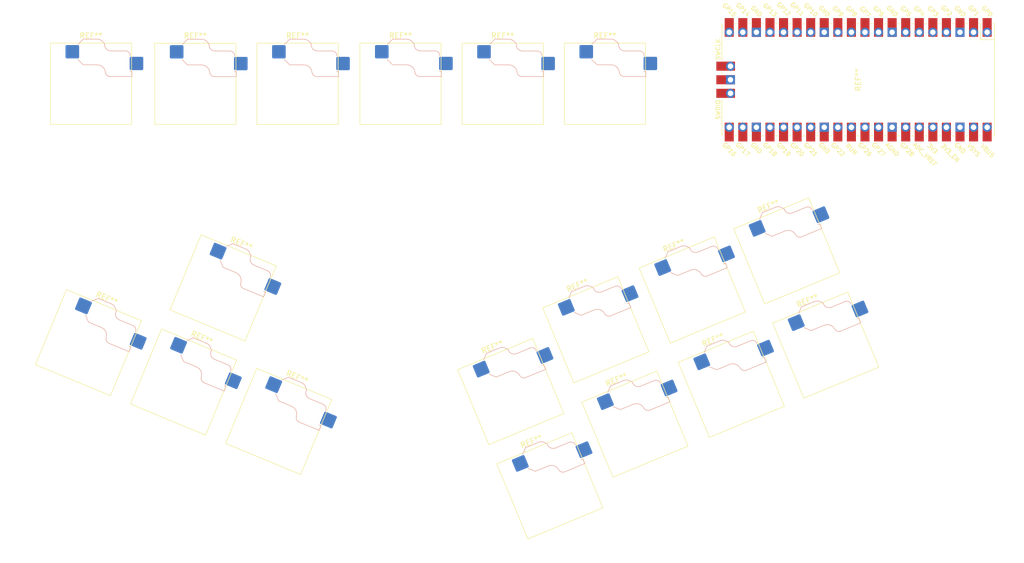
<source format=kicad_pcb>
(kicad_pcb (version 20221018) (generator pcbnew)
  (layers (0 "F.Cu" signal) (31 "B.Cu" signal) (34 "B.Paste" user) (35 "F.Paste" user) (36 "B.SilkS" user "B.Silkscreen") (37 "F.SilkS" user "F.Silkscreen") (38 "B.Mask" user) (39 "F.Mask" user) (44 "Edge.Cuts" user))
  (net 0 "")
  (footprint "PCM_Switch_Keyboard_Hotswap_Kailh:SW_Hotswap_Kailh_Choc_V1V2_1.00u" (layer "F.Cu") (at 99.013 30.47)
    (fp_text reference "REF**" (at 0 -9) (layer "F.SilkS"))
    (fp_text value "SW_Hotswap_Kailh_Choc_V1V2_1.00u")
    (pad "" np_thru_hole circle (at -5.5 0) (size 1.9 1.9) (drill 1.9) (layers "F&B.Cu" "*.Mask"))
    (pad "" np_thru_hole circle (at -5 5.15) (size 1.6 1.6) (drill 1.6) (layers "F&B.Cu" "*.Mask"))
    (pad "" np_thru_hole circle (at 0 -5.9) (size 3.05 3.05) (drill 3.05) (layers "F&B.Cu" "*.Mask"))
    (pad "" np_thru_hole circle (at 0 0) (size 5.05 5.05) (drill 5.05) (layers "F&B.Cu" "*.Mask"))
    (pad "" np_thru_hole circle (at 5 -3.8) (size 3.05 3.05) (drill 3.05) (layers "F&B.Cu" "*.Mask"))
    (pad "" np_thru_hole circle (at 5.5 0) (size 1.9 1.9) (drill 1.9) (layers "F&B.Cu" "*.Mask"))
    (pad "1" smd roundrect (at -3.5 -6) (size 2.55 2.5) (layers "B.Cu" "B.Paste" "B.Mask") (roundrect_rratio 0.1))
    (pad "2" smd roundrect (at 8.5 -3.8) (size 2.55 2.5) (layers "B.Cu" "B.Paste" "B.Mask") (roundrect_rratio 0.1))
  )
  (footprint "MCU_RaspberryPi_and_Boards:RPi_Pico_SMD_TH" (layer "F.Cu") (at 184.658 29.718 -90)
    (fp_text reference "REF**" (at 0 0 90) (layer "F.SilkS"))
    (fp_text value "RPi_Pico_SMD_TH")
    (fp_text user "VBUS" (at 13.3 -24.2 135) (layer "F.SilkS") (effects (font (size 0.8 0.8))))
    (fp_text user "VSYS" (at 13.2 -21.59 135) (layer "F.SilkS") (effects (font (size 0.8 0.8))))
    (fp_text user "GP15" (at -13.054 24.13 135) (layer "F.SilkS") (effects (font (size 0.8 0.8))))
    (fp_text user "GP10" (at -13.054 8.89 135) (layer "F.SilkS") (effects (font (size 0.8 0.8))))
    (fp_text user "GP13" (at -13.054 16.51 135) (layer "F.SilkS") (effects (font (size 0.8 0.8))))
    (fp_text user "GND" (at -12.8 19.05 135) (layer "F.SilkS") (effects (font (size 0.8 0.8))))
    (fp_text user "GP22" (at 13.054 3.81 135) (layer "F.SilkS") (effects (font (size 0.8 0.8))))
    (fp_text user "GND" (at 12.8 19.05 135) (layer "F.SilkS") (effects (font (size 0.8 0.8))))
    (fp_text user "GP5" (at -12.8 -8.89 135) (layer "F.SilkS") (effects (font (size 0.8 0.8))))
    (fp_text user "GND" (at 12.8 -19.05 135) (layer "F.SilkS") (effects (font (size 0.8 0.8))))
    (fp_text user "GP20" (at 13.054 11.43 135) (layer "F.SilkS") (effects (font (size 0.8 0.8))))
    (fp_text user "GP12" (at -13.2 13.97 135) (layer "F.SilkS") (effects (font (size 0.8 0.8))))
    (fp_text user "GND" (at -12.8 -19.05 135) (layer "F.SilkS") (effects (font (size 0.8 0.8))))
    (fp_text user "GP6" (at -12.8 -3.81 135) (layer "F.SilkS") (effects (font (size 0.8 0.8))))
    (fp_text user "3V3" (at 12.9 -13.9 135) (layer "F.SilkS") (effects (font (size 0.8 0.8))))
    (fp_text user "GP4" (at -12.8 -11.43 135) (layer "F.SilkS") (effects (font (size 0.8 0.8))))
    (fp_text user "GP11" (at -13.2 11.43 135) (layer "F.SilkS") (effects (font (size 0.8 0.8))))
    (fp_text user "SWDIO" (at 5.6 26.2 90) (layer "F.SilkS") (effects (font (size 0.8 0.8))))
    (fp_text user "3V3_EN" (at 13.7 -17.2 135) (layer "F.SilkS") (effects (font (size 0.8 0.8))))
    (fp_text user "GP17" (at 13.054 21.59 135) (layer "F.SilkS") (effects (font (size 0.8 0.8))))
    (fp_text user "GP0" (at -12.8 -24.13 135) (layer "F.SilkS") (effects (font (size 0.8 0.8))))
    (fp_text user "GP27" (at 13.054 -3.8 135) (layer "F.SilkS") (effects (font (size 0.8 0.8))))
    (fp_text user "GP18" (at 13.054 16.51 135) (layer "F.SilkS") (effects (font (size 0.8 0.8))))
    (fp_text user "GP8" (at -12.8 1.27 135) (layer "F.SilkS") (effects (font (size 0.8 0.8))))
    (fp_text user "GND" (at -12.8 -6.35 135) (layer "F.SilkS") (effects (font (size 0.8 0.8))))
    (fp_text user "GP9" (at -12.8 3.81 135) (layer "F.SilkS") (effects (font (size 0.8 0.8))))
    (fp_text user "SWCLK" (at -5.7 26.2 90) (layer "F.SilkS") (effects (font (size 0.8 0.8))))
    (fp_text user "GP21" (at 13.054 8.9 135) (layer "F.SilkS") (effects (font (size 0.8 0.8))))
    (fp_text user "AGND" (at 13.054 -6.35 135) (layer "F.SilkS") (effects (font (size 0.8 0.8))))
    (fp_text user "GND" (at 12.8 6.35 135) (layer "F.SilkS") (effects (font (size 0.8 0.8))))
    (fp_text user "GP3" (at -12.8 -13.97 135) (layer "F.SilkS") (effects (font (size 0.8 0.8))))
    (fp_text user "GP14" (at -13.1 21.59 135) (layer "F.SilkS") (effects (font (size 0.8 0.8))))
    (fp_text user "GP2" (at -12.9 -16.51 135) (layer "F.SilkS") (effects (font (size 0.8 0.8))))
    (fp_text user "GP7" (at -12.7 -1.3 135) (layer "F.SilkS") (effects (font (size 0.8 0.8))))
    (fp_text user "GP19" (at 13.054 13.97 135) (layer "F.SilkS") (effects (font (size 0.8 0.8))))
    (fp_text user "GP16" (at 13.054 24.13 135) (layer "F.SilkS") (effects (font (size 0.8 0.8))))
    (fp_text user "ADC_VREF" (at 14 -12.5 135) (layer "F.SilkS") (effects (font (size 0.8 0.8))))
    (fp_text user "RUN" (at 13 1.27 135) (layer "F.SilkS") (effects (font (size 0.8 0.8))))
    (fp_text user "GP1" (at -12.9 -21.6 135) (layer "F.SilkS") (effects (font (size 0.8 0.8))))
    (fp_text user "GP26" (at 13.054 -1.27 135) (layer "F.SilkS") (effects (font (size 0.8 0.8))))
    (fp_text user "GP28" (at 13.054 -9.144 135) (layer "F.SilkS") (effects (font (size 0.8 0.8))))
    (fp_text user "GND" (at -12.8 6.35 135) (layer "F.SilkS") (effects (font (size 0.8 0.8))))
    (pad "" np_thru_hole oval (at -2.725 -24 270) (size 1.8 1.8) (drill 1.8) (layers "*.Cu" "*.Mask"))
    (pad "" np_thru_hole oval (at -2.425 -20.97 270) (size 1.5 1.5) (drill 1.5) (layers "*.Cu" "*.Mask"))
    (pad "" np_thru_hole oval (at 2.425 -20.97 270) (size 1.5 1.5) (drill 1.5) (layers "*.Cu" "*.Mask"))
    (pad "" np_thru_hole oval (at 2.725 -24 270) (size 1.8 1.8) (drill 1.8) (layers "*.Cu" "*.Mask"))
    (pad "1" thru_hole oval (at -8.89 -24.13 270) (size 1.7 1.7) (drill 1.02) (layers "*.Cu" "*.Mask"))
    (pad "1" smd rect (at -8.89 -24.13 270) (size 3.5 1.7) (drill (offset -0.9 0)) (layers "F.Cu" "F.Mask"))
    (pad "2" thru_hole oval (at -8.89 -21.59 270) (size 1.7 1.7) (drill 1.02) (layers "*.Cu" "*.Mask"))
    (pad "2" smd rect (at -8.89 -21.59 270) (size 3.5 1.7) (drill (offset -0.9 0)) (layers "F.Cu" "F.Mask"))
    (pad "3" thru_hole rect (at -8.89 -19.05 270) (size 1.7 1.7) (drill 1.02) (layers "*.Cu" "*.Mask"))
    (pad "3" smd rect (at -8.89 -19.05 270) (size 3.5 1.7) (drill (offset -0.9 0)) (layers "F.Cu" "F.Mask"))
    (pad "4" thru_hole oval (at -8.89 -16.51 270) (size 1.7 1.7) (drill 1.02) (layers "*.Cu" "*.Mask"))
    (pad "4" smd rect (at -8.89 -16.51 270) (size 3.5 1.7) (drill (offset -0.9 0)) (layers "F.Cu" "F.Mask"))
    (pad "5" thru_hole oval (at -8.89 -13.97 270) (size 1.7 1.7) (drill 1.02) (layers "*.Cu" "*.Mask"))
    (pad "5" smd rect (at -8.89 -13.97 270) (size 3.5 1.7) (drill (offset -0.9 0)) (layers "F.Cu" "F.Mask"))
    (pad "6" thru_hole oval (at -8.89 -11.43 270) (size 1.7 1.7) (drill 1.02) (layers "*.Cu" "*.Mask"))
    (pad "6" smd rect (at -8.89 -11.43 270) (size 3.5 1.7) (drill (offset -0.9 0)) (layers "F.Cu" "F.Mask"))
    (pad "7" thru_hole oval (at -8.89 -8.89 270) (size 1.7 1.7) (drill 1.02) (layers "*.Cu" "*.Mask"))
    (pad "7" smd rect (at -8.89 -8.89 270) (size 3.5 1.7) (drill (offset -0.9 0)) (layers "F.Cu" "F.Mask"))
    (pad "8" thru_hole rect (at -8.89 -6.35 270) (size 1.7 1.7) (drill 1.02) (layers "*.Cu" "*.Mask"))
    (pad "8" smd rect (at -8.89 -6.35 270) (size 3.5 1.7) (drill (offset -0.9 0)) (layers "F.Cu" "F.Mask"))
    (pad "9" thru_hole oval (at -8.89 -3.81 270) (size 1.7 1.7) (drill 1.02) (layers "*.Cu" "*.Mask"))
    (pad "9" smd rect (at -8.89 -3.81 270) (size 3.5 1.7) (drill (offset -0.9 0)) (layers "F.Cu" "F.Mask"))
    (pad "10" thru_hole oval (at -8.89 -1.27 270) (size 1.7 1.7) (drill 1.02) (layers "*.Cu" "*.Mask"))
    (pad "10" smd rect (at -8.89 -1.27 270) (size 3.5 1.7) (drill (offset -0.9 0)) (layers "F.Cu" "F.Mask"))
    (pad "11" thru_hole oval (at -8.89 1.27 270) (size 1.7 1.7) (drill 1.02) (layers "*.Cu" "*.Mask"))
    (pad "11" smd rect (at -8.89 1.27 270) (size 3.5 1.7) (drill (offset -0.9 0)) (layers "F.Cu" "F.Mask"))
    (pad "12" thru_hole oval (at -8.89 3.81 270) (size 1.7 1.7) (drill 1.02) (layers "*.Cu" "*.Mask"))
    (pad "12" smd rect (at -8.89 3.81 270) (size 3.5 1.7) (drill (offset -0.9 0)) (layers "F.Cu" "F.Mask"))
    (pad "13" thru_hole rect (at -8.89 6.35 270) (size 1.7 1.7) (drill 1.02) (layers "*.Cu" "*.Mask"))
    (pad "13" smd rect (at -8.89 6.35 270) (size 3.5 1.7) (drill (offset -0.9 0)) (layers "F.Cu" "F.Mask"))
    (pad "14" thru_hole oval (at -8.89 8.89 270) (size 1.7 1.7) (drill 1.02) (layers "*.Cu" "*.Mask"))
    (pad "14" smd rect (at -8.89 8.89 270) (size 3.5 1.7) (drill (offset -0.9 0)) (layers "F.Cu" "F.Mask"))
    (pad "15" thru_hole oval (at -8.89 11.43 270) (size 1.7 1.7) (drill 1.02) (layers "*.Cu" "*.Mask"))
    (pad "15" smd rect (at -8.89 11.43 270) (size 3.5 1.7) (drill (offset -0.9 0)) (layers "F.Cu" "F.Mask"))
    (pad "16" thru_hole oval (at -8.89 13.97 270) (size 1.7 1.7) (drill 1.02) (layers "*.Cu" "*.Mask"))
    (pad "16" smd rect (at -8.89 13.97 270) (size 3.5 1.7) (drill (offset -0.9 0)) (layers "F.Cu" "F.Mask"))
    (pad "17" thru_hole oval (at -8.89 16.51 270) (size 1.7 1.7) (drill 1.02) (layers "*.Cu" "*.Mask"))
    (pad "17" smd rect (at -8.89 16.51 270) (size 3.5 1.7) (drill (offset -0.9 0)) (layers "F.Cu" "F.Mask"))
    (pad "18" thru_hole rect (at -8.89 19.05 270) (size 1.7 1.7) (drill 1.02) (layers "*.Cu" "*.Mask"))
    (pad "18" smd rect (at -8.89 19.05 270) (size 3.5 1.7) (drill (offset -0.9 0)) (layers "F.Cu" "F.Mask"))
    (pad "19" thru_hole oval (at -8.89 21.59 270) (size 1.7 1.7) (drill 1.02) (layers "*.Cu" "*.Mask"))
    (pad "19" smd rect (at -8.89 21.59 270) (size 3.5 1.7) (drill (offset -0.9 0)) (layers "F.Cu" "F.Mask"))
    (pad "20" thru_hole oval (at -8.89 24.13 270) (size 1.7 1.7) (drill 1.02) (layers "*.Cu" "*.Mask"))
    (pad "20" smd rect (at -8.89 24.13 270) (size 3.5 1.7) (drill (offset -0.9 0)) (layers "F.Cu" "F.Mask"))
    (pad "21" thru_hole oval (at 8.89 24.13 270) (size 1.7 1.7) (drill 1.02) (layers "*.Cu" "*.Mask"))
    (pad "21" smd rect (at 8.89 24.13 270) (size 3.5 1.7) (drill (offset 0.9 0)) (layers "F.Cu" "F.Mask"))
    (pad "22" thru_hole oval (at 8.89 21.59 270) (size 1.7 1.7) (drill 1.02) (layers "*.Cu" "*.Mask"))
    (pad "22" smd rect (at 8.89 21.59 270) (size 3.5 1.7) (drill (offset 0.9 0)) (layers "F.Cu" "F.Mask"))
    (pad "23" thru_hole rect (at 8.89 19.05 270) (size 1.7 1.7) (drill 1.02) (layers "*.Cu" "*.Mask"))
    (pad "23" smd rect (at 8.89 19.05 270) (size 3.5 1.7) (drill (offset 0.9 0)) (layers "F.Cu" "F.Mask"))
    (pad "24" thru_hole oval (at 8.89 16.51 270) (size 1.7 1.7) (drill 1.02) (layers "*.Cu" "*.Mask"))
    (pad "24" smd rect (at 8.89 16.51 270) (size 3.5 1.7) (drill (offset 0.9 0)) (layers "F.Cu" "F.Mask"))
    (pad "25" thru_hole oval (at 8.89 13.97 270) (size 1.7 1.7) (drill 1.02) (layers "*.Cu" "*.Mask"))
    (pad "25" smd rect (at 8.89 13.97 270) (size 3.5 1.7) (drill (offset 0.9 0)) (layers "F.Cu" "F.Mask"))
    (pad "26" thru_hole oval (at 8.89 11.43 270) (size 1.7 1.7) (drill 1.02) (layers "*.Cu" "*.Mask"))
    (pad "26" smd rect (at 8.89 11.43 270) (size 3.5 1.7) (drill (offset 0.9 0)) (layers "F.Cu" "F.Mask"))
    (pad "27" thru_hole oval (at 8.89 8.89 270) (size 1.7 1.7) (drill 1.02) (layers "*.Cu" "*.Mask"))
    (pad "27" smd rect (at 8.89 8.89 270) (size 3.5 1.7) (drill (offset 0.9 0)) (layers "F.Cu" "F.Mask"))
    (pad "28" thru_hole rect (at 8.89 6.35 270) (size 1.7 1.7) (drill 1.02) (layers "*.Cu" "*.Mask"))
    (pad "28" smd rect (at 8.89 6.35 270) (size 3.5 1.7) (drill (offset 0.9 0)) (layers "F.Cu" "F.Mask"))
    (pad "29" thru_hole oval (at 8.89 3.81 270) (size 1.7 1.7) (drill 1.02) (layers "*.Cu" "*.Mask"))
    (pad "29" smd rect (at 8.89 3.81 270) (size 3.5 1.7) (drill (offset 0.9 0)) (layers "F.Cu" "F.Mask"))
    (pad "30" thru_hole oval (at 8.89 1.27 270) (size 1.7 1.7) (drill 1.02) (layers "*.Cu" "*.Mask"))
    (pad "30" smd rect (at 8.89 1.27 270) (size 3.5 1.7) (drill (offset 0.9 0)) (layers "F.Cu" "F.Mask"))
    (pad "31" thru_hole oval (at 8.89 -1.27 270) (size 1.7 1.7) (drill 1.02) (layers "*.Cu" "*.Mask"))
    (pad "31" smd rect (at 8.89 -1.27 270) (size 3.5 1.7) (drill (offset 0.9 0)) (layers "F.Cu" "F.Mask"))
    (pad "32" thru_hole oval (at 8.89 -3.81 270) (size 1.7 1.7) (drill 1.02) (layers "*.Cu" "*.Mask"))
    (pad "32" smd rect (at 8.89 -3.81 270) (size 3.5 1.7) (drill (offset 0.9 0)) (layers "F.Cu" "F.Mask"))
    (pad "33" thru_hole rect (at 8.89 -6.35 270) (size 1.7 1.7) (drill 1.02) (layers "*.Cu" "*.Mask"))
    (pad "33" smd rect (at 8.89 -6.35 270) (size 3.5 1.7) (drill (offset 0.9 0)) (layers "F.Cu" "F.Mask"))
    (pad "34" thru_hole oval (at 8.89 -8.89 270) (size 1.7 1.7) (drill 1.02) (layers "*.Cu" "*.Mask"))
    (pad "34" smd rect (at 8.89 -8.89 270) (size 3.5 1.7) (drill (offset 0.9 0)) (layers "F.Cu" "F.Mask"))
    (pad "35" thru_hole oval (at 8.89 -11.43 270) (size 1.7 1.7) (drill 1.02) (layers "*.Cu" "*.Mask"))
    (pad "35" smd rect (at 8.89 -11.43 270) (size 3.5 1.7) (drill (offset 0.9 0)) (layers "F.Cu" "F.Mask"))
    (pad "36" thru_hole oval (at 8.89 -13.97 270) (size 1.7 1.7) (drill 1.02) (layers "*.Cu" "*.Mask"))
    (pad "36" smd rect (at 8.89 -13.97 270) (size 3.5 1.7) (drill (offset 0.9 0)) (layers "F.Cu" "F.Mask"))
    (pad "37" thru_hole oval (at 8.89 -16.51 270) (size 1.7 1.7) (drill 1.02) (layers "*.Cu" "*.Mask"))
    (pad "37" smd rect (at 8.89 -16.51 270) (size 3.5 1.7) (drill (offset 0.9 0)) (layers "F.Cu" "F.Mask"))
    (pad "38" thru_hole rect (at 8.89 -19.05 270) (size 1.7 1.7) (drill 1.02) (layers "*.Cu" "*.Mask"))
    (pad "38" smd rect (at 8.89 -19.05 270) (size 3.5 1.7) (drill (offset 0.9 0)) (layers "F.Cu" "F.Mask"))
    (pad "39" thru_hole oval (at 8.89 -21.59 270) (size 1.7 1.7) (drill 1.02) (layers "*.Cu" "*.Mask"))
    (pad "39" smd rect (at 8.89 -21.59 270) (size 3.5 1.7) (drill (offset 0.9 0)) (layers "F.Cu" "F.Mask"))
    (pad "40" thru_hole oval (at 8.89 -24.13 270) (size 1.7 1.7) (drill 1.02) (layers "*.Cu" "*.Mask"))
    (pad "40" smd rect (at 8.89 -24.13 270) (size 3.5 1.7) (drill (offset 0.9 0)) (layers "F.Cu" "F.Mask"))
    (pad "41" thru_hole oval (at -2.54 23.9 270) (size 1.7 1.7) (drill 1.02) (layers "*.Cu" "*.Mask"))
    (pad "41" smd rect (at -2.54 23.9) (size 3.5 1.7) (drill (offset -0.9 0)) (layers "F.Cu" "F.Mask"))
    (pad "42" thru_hole rect (at 0 23.9 270) (size 1.7 1.7) (drill 1.02) (layers "*.Cu" "*.Mask"))
    (pad "42" smd rect (at 0 23.9) (size 3.5 1.7) (drill (offset -0.9 0)) (layers "F.Cu" "F.Mask"))
    (pad "43" thru_hole oval (at 2.54 23.9 270) (size 1.7 1.7) (drill 1.02) (layers "*.Cu" "*.Mask"))
    (pad "43" smd rect (at 2.54 23.9) (size 3.5 1.7) (drill (offset -0.9 0)) (layers "F.Cu" "F.Mask"))
  )
  (footprint "PCM_Switch_Keyboard_Hotswap_Kailh:SW_Hotswap_Kailh_Choc_V1V2_1.00u" (layer "F.Cu") (at 58.418663 86.287241 -22.5)
    (fp_text reference "REF**" (at 0 -9 157.5) (layer "F.SilkS"))
    (fp_text value "SW_Hotswap_Kailh_Choc_V1V2_1.00u")
    (pad "" np_thru_hole circle (at -5.5 0 337.5) (size 1.9 1.9) (drill 1.9) (layers "F&B.Cu" "*.Mask"))
    (pad "" np_thru_hole circle (at -5 5.15 337.5) (size 1.6 1.6) (drill 1.6) (layers "F&B.Cu" "*.Mask"))
    (pad "" np_thru_hole circle (at 0 -5.9 337.5) (size 3.05 3.05) (drill 3.05) (layers "F&B.Cu" "*.Mask"))
    (pad "" np_thru_hole circle (at 0 0 337.5) (size 5.05 5.05) (drill 5.05) (layers "F&B.Cu" "*.Mask"))
    (pad "" np_thru_hole circle (at 5 -3.8 337.5) (size 3.05 3.05) (drill 3.05) (layers "F&B.Cu" "*.Mask"))
    (pad "" np_thru_hole circle (at 5.5 0 337.5) (size 1.9 1.9) (drill 1.9) (layers "F&B.Cu" "*.Mask"))
    (pad "1" smd roundrect (at -3.5 -6 337.5) (size 2.55 2.5) (layers "B.Cu" "B.Paste" "B.Mask") (roundrect_rratio 0.1))
    (pad "2" smd roundrect (at 8.5 -3.8 337.5) (size 2.55 2.5) (layers "B.Cu" "B.Paste" "B.Mask") (roundrect_rratio 0.1))
  )
  (footprint "PCM_Switch_Keyboard_Hotswap_Kailh:SW_Hotswap_Kailh_Choc_V1V2_1.00u" (layer "F.Cu") (at 126.952037 105.711526 22.5)
    (fp_text reference "REF**" (at 0 -9 22.5) (layer "F.SilkS"))
    (fp_text value "SW_Hotswap_Kailh_Choc_V1V2_1.00u")
    (pad "" np_thru_hole circle (at -5.5 0 22.5) (size 1.9 1.9) (drill 1.9) (layers "F&B.Cu" "*.Mask"))
    (pad "" np_thru_hole circle (at -5 5.15 22.5) (size 1.6 1.6) (drill 1.6) (layers "F&B.Cu" "*.Mask"))
    (pad "" np_thru_hole circle (at 0 -5.9 22.5) (size 3.05 3.05) (drill 3.05) (layers "F&B.Cu" "*.Mask"))
    (pad "" np_thru_hole circle (at 0 0 22.5) (size 5.05 5.05) (drill 5.05) (layers "F&B.Cu" "*.Mask"))
    (pad "" np_thru_hole circle (at 5 -3.8 22.5) (size 3.05 3.05) (drill 3.05) (layers "F&B.Cu" "*.Mask"))
    (pad "" np_thru_hole circle (at 5.5 0 22.5) (size 1.9 1.9) (drill 1.9) (layers "F&B.Cu" "*.Mask"))
    (pad "1" smd roundrect (at -3.5 -6 22.5) (size 2.55 2.5) (layers "B.Cu" "B.Paste" "B.Mask") (roundrect_rratio 0.1))
    (pad "2" smd roundrect (at 8.5 -3.8 22.5) (size 2.55 2.5) (layers "B.Cu" "B.Paste" "B.Mask") (roundrect_rratio 0.1))
  )
  (footprint "PCM_Switch_Keyboard_Hotswap_Kailh:SW_Hotswap_Kailh_Choc_V1V2_1.00u" (layer "F.Cu") (at 65.812663 68.666504 -22.5)
    (fp_text reference "REF**" (at 0 -9 157.5) (layer "F.SilkS"))
    (fp_text value "SW_Hotswap_Kailh_Choc_V1V2_1.00u")
    (pad "" np_thru_hole circle (at -5.5 0 337.5) (size 1.9 1.9) (drill 1.9) (layers "F&B.Cu" "*.Mask"))
    (pad "" np_thru_hole circle (at -5 5.15 337.5) (size 1.6 1.6) (drill 1.6) (layers "F&B.Cu" "*.Mask"))
    (pad "" np_thru_hole circle (at 0 -5.9 337.5) (size 3.05 3.05) (drill 3.05) (layers "F&B.Cu" "*.Mask"))
    (pad "" np_thru_hole circle (at 0 0 337.5) (size 5.05 5.05) (drill 5.05) (layers "F&B.Cu" "*.Mask"))
    (pad "" np_thru_hole circle (at 5 -3.8 337.5) (size 3.05 3.05) (drill 3.05) (layers "F&B.Cu" "*.Mask"))
    (pad "" np_thru_hole circle (at 5.5 0 337.5) (size 1.9 1.9) (drill 1.9) (layers "F&B.Cu" "*.Mask"))
    (pad "1" smd roundrect (at -3.5 -6 337.5) (size 2.55 2.5) (layers "B.Cu" "B.Paste" "B.Mask") (roundrect_rratio 0.1))
    (pad "2" smd roundrect (at 8.5 -3.8 337.5) (size 2.55 2.5) (layers "B.Cu" "B.Paste" "B.Mask") (roundrect_rratio 0.1))
  )
  (footprint "PCM_Switch_Keyboard_Hotswap_Kailh:SW_Hotswap_Kailh_Choc_V1V2_1.00u" (layer "F.Cu") (at 79.756 30.48)
    (fp_text reference "REF**" (at 0 -9) (layer "F.SilkS"))
    (fp_text value "SW_Hotswap_Kailh_Choc_V1V2_1.00u")
    (pad "" np_thru_hole circle (at -5.5 0) (size 1.9 1.9) (drill 1.9) (layers "F&B.Cu" "*.Mask"))
    (pad "" np_thru_hole circle (at -5 5.15) (size 1.6 1.6) (drill 1.6) (layers "F&B.Cu" "*.Mask"))
    (pad "" np_thru_hole circle (at 0 -5.9) (size 3.05 3.05) (drill 3.05) (layers "F&B.Cu" "*.Mask"))
    (pad "" np_thru_hole circle (at 0 0) (size 5.05 5.05) (drill 5.05) (layers "F&B.Cu" "*.Mask"))
    (pad "" np_thru_hole circle (at 5 -3.8) (size 3.05 3.05) (drill 3.05) (layers "F&B.Cu" "*.Mask"))
    (pad "" np_thru_hole circle (at 5.5 0) (size 1.9 1.9) (drill 1.9) (layers "F&B.Cu" "*.Mask"))
    (pad "1" smd roundrect (at -3.5 -6) (size 2.55 2.5) (layers "B.Cu" "B.Paste" "B.Mask") (roundrect_rratio 0.1))
    (pad "2" smd roundrect (at 8.5 -3.8) (size 2.55 2.5) (layers "B.Cu" "B.Paste" "B.Mask") (roundrect_rratio 0.1))
  )
  (footprint "PCM_Switch_Keyboard_Hotswap_Kailh:SW_Hotswap_Kailh_Choc_V1V2_1.00u" (layer "F.Cu") (at 160.918799 86.704159 22.5)
    (fp_text reference "REF**" (at 0 -9 22.5) (layer "F.SilkS"))
    (fp_text value "SW_Hotswap_Kailh_Choc_V1V2_1.00u")
    (pad "" np_thru_hole circle (at -5.5 0 22.5) (size 1.9 1.9) (drill 1.9) (layers "F&B.Cu" "*.Mask"))
    (pad "" np_thru_hole circle (at -5 5.15 22.5) (size 1.6 1.6) (drill 1.6) (layers "F&B.Cu" "*.Mask"))
    (pad "" np_thru_hole circle (at 0 -5.9 22.5) (size 3.05 3.05) (drill 3.05) (layers "F&B.Cu" "*.Mask"))
    (pad "" np_thru_hole circle (at 0 0 22.5) (size 5.05 5.05) (drill 5.05) (layers "F&B.Cu" "*.Mask"))
    (pad "" np_thru_hole circle (at 5 -3.8 22.5) (size 3.05 3.05) (drill 3.05) (layers "F&B.Cu" "*.Mask"))
    (pad "" np_thru_hole circle (at 5.5 0 22.5) (size 1.9 1.9) (drill 1.9) (layers "F&B.Cu" "*.Mask"))
    (pad "1" smd roundrect (at -3.5 -6 22.5) (size 2.55 2.5) (layers "B.Cu" "B.Paste" "B.Mask") (roundrect_rratio 0.1))
    (pad "2" smd roundrect (at 8.5 -3.8 22.5) (size 2.55 2.5) (layers "B.Cu" "B.Paste" "B.Mask") (roundrect_rratio 0.1))
  )
  (footprint "PCM_Switch_Keyboard_Hotswap_Kailh:SW_Hotswap_Kailh_Choc_V1V2_1.00u" (layer "F.Cu") (at 178.588788 79.374186 22.5)
    (fp_text reference "REF**" (at 0 -9 22.5) (layer "F.SilkS"))
    (fp_text value "SW_Hotswap_Kailh_Choc_V1V2_1.00u")
    (pad "" np_thru_hole circle (at -5.5 0 22.5) (size 1.9 1.9) (drill 1.9) (layers "F&B.Cu" "*.Mask"))
    (pad "" np_thru_hole circle (at -5 5.15 22.5) (size 1.6 1.6) (drill 1.6) (layers "F&B.Cu" "*.Mask"))
    (pad "" np_thru_hole circle (at 0 -5.9 22.5) (size 3.05 3.05) (drill 3.05) (layers "F&B.Cu" "*.Mask"))
    (pad "" np_thru_hole circle (at 0 0 22.5) (size 5.05 5.05) (drill 5.05) (layers "F&B.Cu" "*.Mask"))
    (pad "" np_thru_hole circle (at 5 -3.8 22.5) (size 3.05 3.05) (drill 3.05) (layers "F&B.Cu" "*.Mask"))
    (pad "" np_thru_hole circle (at 5.5 0 22.5) (size 1.9 1.9) (drill 1.9) (layers "F&B.Cu" "*.Mask"))
    (pad "1" smd roundrect (at -3.5 -6 22.5) (size 2.55 2.5) (layers "B.Cu" "B.Paste" "B.Mask") (roundrect_rratio 0.1))
    (pad "2" smd roundrect (at 8.5 -3.8 22.5) (size 2.55 2.5) (layers "B.Cu" "B.Paste" "B.Mask") (roundrect_rratio 0.1))
  )
  (footprint "PCM_Switch_Keyboard_Hotswap_Kailh:SW_Hotswap_Kailh_Choc_V1V2_1.00u" (layer "F.Cu") (at 40.621973 78.915613 -22.5)
    (fp_text reference "REF**" (at 0 -9 157.5) (layer "F.SilkS"))
    (fp_text value "SW_Hotswap_Kailh_Choc_V1V2_1.00u")
    (pad "" np_thru_hole circle (at -5.5 0 337.5) (size 1.9 1.9) (drill 1.9) (layers "F&B.Cu" "*.Mask"))
    (pad "" np_thru_hole circle (at -5 5.15 337.5) (size 1.6 1.6) (drill 1.6) (layers "F&B.Cu" "*.Mask"))
    (pad "" np_thru_hole circle (at 0 -5.9 337.5) (size 3.05 3.05) (drill 3.05) (layers "F&B.Cu" "*.Mask"))
    (pad "" np_thru_hole circle (at 0 0 337.5) (size 5.05 5.05) (drill 5.05) (layers "F&B.Cu" "*.Mask"))
    (pad "" np_thru_hole circle (at 5 -3.8 337.5) (size 3.05 3.05) (drill 3.05) (layers "F&B.Cu" "*.Mask"))
    (pad "" np_thru_hole circle (at 5.5 0 337.5) (size 1.9 1.9) (drill 1.9) (layers "F&B.Cu" "*.Mask"))
    (pad "1" smd roundrect (at -3.5 -6 337.5) (size 2.55 2.5) (layers "B.Cu" "B.Paste" "B.Mask") (roundrect_rratio 0.1))
    (pad "2" smd roundrect (at 8.5 -3.8 337.5) (size 2.55 2.5) (layers "B.Cu" "B.Paste" "B.Mask") (roundrect_rratio 0.1))
  )
  (footprint "PCM_Switch_Keyboard_Hotswap_Kailh:SW_Hotswap_Kailh_Choc_V1V2_1.00u" (layer "F.Cu") (at 135.56391 76.513323 22.5)
    (fp_text reference "REF**" (at 0 -9 22.5) (layer "F.SilkS"))
    (fp_text value "SW_Hotswap_Kailh_Choc_V1V2_1.00u")
    (pad "" np_thru_hole circle (at -5.5 0 22.5) (size 1.9 1.9) (drill 1.9) (layers "*.Cu" "*.Mask"))
    (pad "" np_thru_hole circle (at -5 5.15 22.5) (size 1.6 1.6) (drill 1.6) (layers "*.Cu" "*.Mask"))
    (pad "" np_thru_hole circle (at 0 -5.9 22.5) (size 3.05 3.05) (drill 3.05) (layers "*.Cu" "*.Mask"))
    (pad "" np_thru_hole circle (at 0 0 22.5) (size 5.05 5.05) (drill 5.05) (layers "*.Cu" "*.Mask"))
    (pad "" np_thru_hole circle (at 5 -3.8 22.5) (size 3.05 3.05) (drill 3.05) (layers "*.Cu" "*.Mask"))
    (pad "" np_thru_hole circle (at 5.5 0 22.5) (size 1.9 1.9) (drill 1.9) (layers "*.Cu" "*.Mask"))
    (pad "1" smd roundrect (at -3.5 -6 22.5) (size 2.55 2.5) (layers "B.Cu" "B.Paste" "B.Mask") (roundrect_rratio 0.1))
    (pad "2" smd roundrect (at 8.5 -3.8 22.5) (size 2.55 2.5) (layers "B.Cu" "B.Paste" "B.Mask") (roundrect_rratio 0.1))
  )
  (footprint "PCM_Switch_Keyboard_Hotswap_Kailh:SW_Hotswap_Kailh_Choc_V1V2_1.00u" (layer "F.Cu") (at 76.215827 93.65774 -22.5)
    (fp_text reference "REF**" (at 0 -9 157.5) (layer "F.SilkS"))
    (fp_text value "SW_Hotswap_Kailh_Choc_V1V2_1.00u")
    (pad "" np_thru_hole circle (at -5.5 0 337.5) (size 1.9 1.9) (drill 1.9) (layers "F&B.Cu" "*.Mask"))
    (pad "" np_thru_hole circle (at -5 5.15 337.5) (size 1.6 1.6) (drill 1.6) (layers "F&B.Cu" "*.Mask"))
    (pad "" np_thru_hole circle (at 0 -5.9 337.5) (size 3.05 3.05) (drill 3.05) (layers "F&B.Cu" "*.Mask"))
    (pad "" np_thru_hole circle (at 0 0 337.5) (size 5.05 5.05) (drill 5.05) (layers "F&B.Cu" "*.Mask"))
    (pad "" np_thru_hole circle (at 5 -3.8 337.5) (size 3.05 3.05) (drill 3.05) (layers "F&B.Cu" "*.Mask"))
    (pad "" np_thru_hole circle (at 5.5 0 337.5) (size 1.9 1.9) (drill 1.9) (layers "F&B.Cu" "*.Mask"))
    (pad "1" smd roundrect (at -3.5 -6 337.5) (size 2.55 2.5) (layers "B.Cu" "B.Paste" "B.Mask") (roundrect_rratio 0.1))
    (pad "2" smd roundrect (at 8.5 -3.8 337.5) (size 2.55 2.5) (layers "B.Cu" "B.Paste" "B.Mask") (roundrect_rratio 0.1))
  )
  (footprint "PCM_Switch_Keyboard_Hotswap_Kailh:SW_Hotswap_Kailh_Choc_V1V2_1.00u" (layer "F.Cu") (at 171.2803 61.729936 22.5)
    (fp_text reference "REF**" (at 0 -9 22.5) (layer "F.SilkS"))
    (fp_text value "SW_Hotswap_Kailh_Choc_V1V2_1.00u")
    (pad "" np_thru_hole circle (at -5.5 0 22.5) (size 1.9 1.9) (drill 1.9) (layers "F&B.Cu" "*.Mask"))
    (pad "" np_thru_hole circle (at -5 5.15 22.5) (size 1.6 1.6) (drill 1.6) (layers "F&B.Cu" "*.Mask"))
    (pad "" np_thru_hole circle (at 0 -5.9 22.5) (size 3.05 3.05) (drill 3.05) (layers "F&B.Cu" "*.Mask"))
    (pad "" np_thru_hole circle (at 0 0 22.5) (size 5.05 5.05) (drill 5.05) (layers "F&B.Cu" "*.Mask"))
    (pad "" np_thru_hole circle (at 5 -3.8 22.5) (size 3.05 3.05) (drill 3.05) (layers "F&B.Cu" "*.Mask"))
    (pad "" np_thru_hole circle (at 5.5 0 22.5) (size 1.9 1.9) (drill 1.9) (layers "F&B.Cu" "*.Mask"))
    (pad "1" smd roundrect (at -3.5 -6 22.5) (size 2.55 2.5) (layers "B.Cu" "B.Paste" "B.Mask") (roundrect_rratio 0.1))
    (pad "2" smd roundrect (at 8.5 -3.8 22.5) (size 2.55 2.5) (layers "B.Cu" "B.Paste" "B.Mask") (roundrect_rratio 0.1))
  )
  (footprint "PCM_Switch_Keyboard_Hotswap_Kailh:SW_Hotswap_Kailh_Choc_V1V2_1.00u" (layer "F.Cu") (at 118.13519 30.48)
    (fp_text reference "REF**" (at 0 -9) (layer "F.SilkS"))
    (fp_text value "SW_Hotswap_Kailh_Choc_V1V2_1.00u")
    (pad "" np_thru_hole circle (at -5.5 0) (size 1.9 1.9) (drill 1.9) (layers "F&B.Cu" "*.Mask"))
    (pad "" np_thru_hole circle (at -5 5.15) (size 1.6 1.6) (drill 1.6) (layers "F&B.Cu" "*.Mask"))
    (pad "" np_thru_hole circle (at 0 -5.9) (size 3.05 3.05) (drill 3.05) (layers "F&B.Cu" "*.Mask"))
    (pad "" np_thru_hole circle (at 0 0) (size 5.05 5.05) (drill 5.05) (layers "F&B.Cu" "*.Mask"))
    (pad "" np_thru_hole circle (at 5 -3.8) (size 3.05 3.05) (drill 3.05) (layers "F&B.Cu" "*.Mask"))
    (pad "" np_thru_hole circle (at 5.5 0) (size 1.9 1.9) (drill 1.9) (layers "F&B.Cu" "*.Mask"))
    (pad "1" smd roundrect (at -3.5 -6) (size 2.55 2.5) (layers "B.Cu" "B.Paste" "B.Mask") (roundrect_rratio 0.1))
    (pad "2" smd roundrect (at 8.5 -3.8) (size 2.55 2.5) (layers "B.Cu" "B.Paste" "B.Mask") (roundrect_rratio 0.1))
  )
  (footprint "PCM_Switch_Keyboard_Hotswap_Kailh:SW_Hotswap_Kailh_Choc_V1V2_1.00u" (layer "F.Cu") (at 142.872397 94.157576 22.5)
    (fp_text reference "REF**" (at 0 -9 22.5) (layer "F.SilkS"))
    (fp_text value "SW_Hotswap_Kailh_Choc_V1V2_1.00u")
    (pad "" np_thru_hole circle (at -5.5 0 22.5) (size 1.9 1.9) (drill 1.9) (layers "F&B.Cu" "*.Mask"))
    (pad "" np_thru_hole circle (at -5 5.15 22.5) (size 1.6 1.6) (drill 1.6) (layers "F&B.Cu" "*.Mask"))
    (pad "" np_thru_hole circle (at 0 -5.9 22.5) (size 3.05 3.05) (drill 3.05) (layers "F&B.Cu" "*.Mask"))
    (pad "" np_thru_hole circle (at 0 0 22.5) (size 5.05 5.05) (drill 5.05) (layers "F&B.Cu" "*.Mask"))
    (pad "" np_thru_hole circle (at 5 -3.8 22.5) (size 3.05 3.05) (drill 3.05) (layers "F&B.Cu" "*.Mask"))
    (pad "" np_thru_hole circle (at 5.5 0 22.5) (size 1.9 1.9) (drill 1.9) (layers "F&B.Cu" "*.Mask"))
    (pad "1" smd roundrect (at -3.5 -6 22.5) (size 2.55 2.5) (layers "B.Cu" "B.Paste" "B.Mask") (roundrect_rratio 0.1))
    (pad "2" smd roundrect (at 8.5 -3.8 22.5) (size 2.55 2.5) (layers "B.Cu" "B.Paste" "B.Mask") (roundrect_rratio 0.1))
  )
  (footprint "PCM_Switch_Keyboard_Hotswap_Kailh:SW_Hotswap_Kailh_Choc_V1V2_1.00u" (layer "F.Cu") (at 60.626 30.49)
    (fp_text reference "REF**" (at 0 -9) (layer "F.SilkS"))
    (fp_text value "SW_Hotswap_Kailh_Choc_V1V2_1.00u")
    (pad "" np_thru_hole circle (at -5.5 0) (size 1.9 1.9) (drill 1.9) (layers "F&B.Cu" "*.Mask"))
    (pad "" np_thru_hole circle (at -5 5.15) (size 1.6 1.6) (drill 1.6) (layers "F&B.Cu" "*.Mask"))
    (pad "" np_thru_hole circle (at 0 -5.9) (size 3.05 3.05) (drill 3.05) (layers "F&B.Cu" "*.Mask"))
    (pad "" np_thru_hole circle (at 0 0) (size 5.05 5.05) (drill 5.05) (layers "F&B.Cu" "*.Mask"))
    (pad "" np_thru_hole circle (at 5 -3.8) (size 3.05 3.05) (drill 3.05) (layers "F&B.Cu" "*.Mask"))
    (pad "" np_thru_hole circle (at 5.5 0) (size 1.9 1.9) (drill 1.9) (layers "F&B.Cu" "*.Mask"))
    (pad "1" smd roundrect (at -3.5 -6) (size 2.55 2.5) (layers "B.Cu" "B.Paste" "B.Mask") (roundrect_rratio 0.1))
    (pad "2" smd roundrect (at 8.5 -3.8) (size 2.55 2.5) (layers "B.Cu" "B.Paste" "B.Mask") (roundrect_rratio 0.1))
  )
  (footprint "PCM_Switch_Keyboard_Hotswap_Kailh:SW_Hotswap_Kailh_Choc_V1V2_1.00u" (layer "F.Cu") (at 137.26519 30.47)
    (fp_text reference "REF**" (at 0 -9) (layer "F.SilkS"))
    (fp_text value "SW_Hotswap_Kailh_Choc_V1V2_1.00u")
    (pad "" np_thru_hole circle (at -5.5 0) (size 1.9 1.9) (drill 1.9) (layers "F&B.Cu" "*.Mask"))
    (pad "" np_thru_hole circle (at -5 5.15) (size 1.6 1.6) (drill 1.6) (layers "F&B.Cu" "*.Mask"))
    (pad "" np_thru_hole circle (at 0 -5.9) (size 3.05 3.05) (drill 3.05) (layers "F&B.Cu" "*.Mask"))
    (pad "" np_thru_hole circle (at 0 0) (size 5.05 5.05) (drill 5.05) (layers "F&B.Cu" "*.Mask"))
    (pad "" np_thru_hole circle (at 5 -3.8) (size 3.05 3.05) (drill 3.05) (layers "F&B.Cu" "*.Mask"))
    (pad "" np_thru_hole circle (at 5.5 0) (size 1.9 1.9) (drill 1.9) (layers "F&B.Cu" "*.Mask"))
    (pad "1" smd roundrect (at -3.5 -6) (size 2.55 2.5) (layers "B.Cu" "B.Paste" "B.Mask") (roundrect_rratio 0.1))
    (pad "2" smd roundrect (at 8.5 -3.8) (size 2.55 2.5) (layers "B.Cu" "B.Paste" "B.Mask") (roundrect_rratio 0.1))
  )
  (footprint "PCM_Switch_Keyboard_Hotswap_Kailh:SW_Hotswap_Kailh_Choc_V1V2_1.00u" (layer "F.Cu") (at 153.610308 69.05991 22.5)
    (fp_text reference "REF**" (at 0 -9 22.5) (layer "F.SilkS"))
    (fp_text value "SW_Hotswap_Kailh_Choc_V1V2_1.00u")
    (pad "" np_thru_hole circle (at -5.5 0 22.5) (size 1.9 1.9) (drill 1.9) (layers "F&B.Cu" "*.Mask"))
    (pad "" np_thru_hole circle (at -5 5.15 22.5) (size 1.6 1.6) (drill 1.6) (layers "F&B.Cu" "*.Mask"))
    (pad "" np_thru_hole circle (at 0 -5.9 22.5) (size 3.05 3.05) (drill 3.05) (layers "F&B.Cu" "*.Mask"))
    (pad "" np_thru_hole circle (at 0 0 22.5) (size 5.05 5.05) (drill 5.05) (layers "F&B.Cu" "*.Mask"))
    (pad "" np_thru_hole circle (at 5 -3.8 22.5) (size 3.05 3.05) (drill 3.05) (layers "F&B.Cu" "*.Mask"))
    (pad "" np_thru_hole circle (at 5.5 0 22.5) (size 1.9 1.9) (drill 1.9) (layers "F&B.Cu" "*.Mask"))
    (pad "1" smd roundrect (at -3.5 -6 22.5) (size 2.55 2.5) (layers "B.Cu" "B.Paste" "B.Mask") (roundrect_rratio 0.1))
    (pad "2" smd roundrect (at 8.5 -3.8 22.5) (size 2.55 2.5) (layers "B.Cu" "B.Paste" "B.Mask") (roundrect_rratio 0.1))
  )
  (footprint "PCM_Switch_Keyboard_Hotswap_Kailh:SW_Hotswap_Kailh_Choc_V1V2_1.00u" (layer "F.Cu") (at 41.101 30.47)
    (fp_text reference "REF**" (at 0 -9) (layer "F.SilkS"))
    (fp_text value "SW_Hotswap_Kailh_Choc_V1V2_1.00u")
    (pad "" np_thru_hole circle (at -5.5 0) (size 1.9 1.9) (drill 1.9) (layers "F&B.Cu" "*.Mask"))
    (pad "" np_thru_hole circle (at -5 5.15) (size 1.6 1.6) (drill 1.6) (layers "F&B.Cu" "*.Mask"))
    (pad "" np_thru_hole circle (at 0 -5.9) (size 3.05 3.05) (drill 3.05) (layers "F&B.Cu" "*.Mask"))
    (pad "" np_thru_hole circle (at 0 0) (size 5.05 5.05) (drill 5.05) (layers "F&B.Cu" "*.Mask"))
    (pad "" np_thru_hole circle (at 5 -3.8) (size 3.05 3.05) (drill 3.05) (layers "F&B.Cu" "*.Mask"))
    (pad "" np_thru_hole circle (at 5.5 0) (size 1.9 1.9) (drill 1.9) (layers "F&B.Cu" "*.Mask"))
    (pad "1" smd roundrect (at -3.5 -6) (size 2.55 2.5) (layers "B.Cu" "B.Paste" "B.Mask") (roundrect_rratio 0.1))
    (pad "2" smd roundrect (at 8.5 -3.8) (size 2.55 2.5) (layers "B.Cu" "B.Paste" "B.Mask") (roundrect_rratio 0.1))
  )
  (footprint "PCM_Switch_Keyboard_Hotswap_Kailh:SW_Hotswap_Kailh_Choc_V1V2_1.00u" (layer "F.Cu") (at 119.643549 88.067274 22.5)
    (fp_text reference "REF**" (at 0 -9 22.5) (layer "F.SilkS"))
    (fp_text value "SW_Hotswap_Kailh_Choc_V1V2_1.00u")
    (pad "" np_thru_hole circle (at -5.5 0 22.5) (size 1.9 1.9) (drill 1.9) (layers "*.Cu" "*.Mask"))
    (pad "" np_thru_hole circle (at -5 5.15 22.5) (size 1.6 1.6) (drill 1.6) (layers "*.Cu" "*.Mask"))
    (pad "" np_thru_hole circle (at 0 -5.9 22.5) (size 3.05 3.05) (drill 3.05) (layers "*.Cu" "*.Mask"))
    (pad "" np_thru_hole circle (at 0 0 22.5) (size 5.05 5.05) (drill 5.05) (layers "*.Cu" "*.Mask"))
    (pad "" np_thru_hole circle (at 5 -3.8 22.5) (size 3.05 3.05) (drill 3.05) (layers "*.Cu" "*.Mask"))
    (pad "" np_thru_hole circle (at 5.5 0 22.5) (size 1.9 1.9) (drill 1.9) (layers "*.Cu" "*.Mask"))
    (pad "1" smd roundrect (at -3.5 -6 22.5) (size 2.55 2.5) (layers "B.Cu" "B.Paste" "B.Mask") (roundrect_rratio 0.1))
    (pad "2" smd roundrect (at 8.5 -3.8 22.5) (size 2.55 2.5) (layers "B.Cu" "B.Paste" "B.Mask") (roundrect_rratio 0.1))
  )
)
</source>
